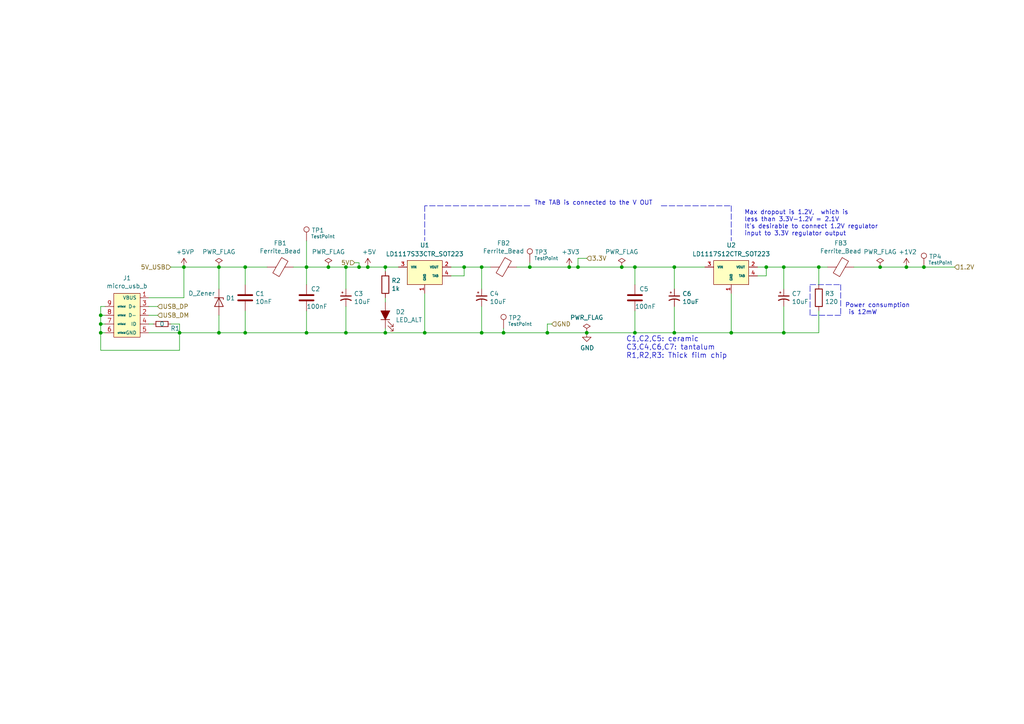
<source format=kicad_sch>
(kicad_sch (version 20231120) (generator "eeschema") (generator_version "8.0")
  (paper "A4")
  (title_block (title "Power Supply") (date "2020-04-19") (rev "1.2") (company "UTN - Facultad Regional Haedo - Grupo ASE"))
  (lib_symbols
    (symbol "FPGA para todos-rescue:+1V2-power-FPGA-para-todos-rescue" (power) (pin_names (offset 0))
      (property "Value" "FPGA-para-todos-rescue_+1V2-power" (at 0 3.556 0))
      (symbol "+1V2-power-FPGA-para-todos-rescue_0_1"
        (polyline (pts (xy -0.762 1.27) (xy 0 2.54)))
        (polyline (pts (xy 0 0) (xy 0 2.54)))
        (polyline (pts (xy 0 2.54) (xy 0.762 1.27)))
      )
      (symbol "+1V2-power-FPGA-para-todos-rescue_1_1"
        (pin power_in line (at 0 0 90) (length 0) hide (name "+1V2") (number "1"))
      )
    )
    (symbol "FPGA para todos-rescue:+3.3V-power-FPGA-para-todos-rescue" (power) (pin_names (offset 0))
      (property "Value" "FPGA-para-todos-rescue_+3.3V-power" (at 0 3.556 0))
      (symbol "+3.3V-power-FPGA-para-todos-rescue_0_1"
        (polyline (pts (xy -0.762 1.27) (xy 0 2.54)))
        (polyline (pts (xy 0 0) (xy 0 2.54)))
        (polyline (pts (xy 0 2.54) (xy 0.762 1.27)))
      )
      (symbol "+3.3V-power-FPGA-para-todos-rescue_1_1"
        (pin power_in line (at 0 0 90) (length 0) hide (name "+3V3") (number "1"))
      )
    )
    (symbol "FPGA para todos-rescue:+5V-power-FPGA-para-todos-rescue" (power) (pin_names (offset 0))
      (property "Value" "FPGA-para-todos-rescue_+5V-power" (at 0 3.556 0))
      (symbol "+5V-power-FPGA-para-todos-rescue_0_1"
        (polyline (pts (xy -0.762 1.27) (xy 0 2.54)))
        (polyline (pts (xy 0 0) (xy 0 2.54)))
        (polyline (pts (xy 0 2.54) (xy 0.762 1.27)))
      )
      (symbol "+5V-power-FPGA-para-todos-rescue_1_1"
        (pin power_in line (at 0 0 90) (length 0) hide (name "+5V") (number "1"))
      )
    )
    (symbol "FPGA para todos-rescue:+5VP-power-FPGA-para-todos-rescue" (power) (pin_names (offset 0))
      (property "Value" "FPGA-para-todos-rescue_+5VP-power" (at 0 3.556 0))
      (symbol "+5VP-power-FPGA-para-todos-rescue_0_1"
        (polyline (pts (xy -0.762 1.27) (xy 0 2.54)))
        (polyline (pts (xy 0 0) (xy 0 2.54)))
        (polyline (pts (xy 0 2.54) (xy 0.762 1.27)))
      )
      (symbol "+5VP-power-FPGA-para-todos-rescue_1_1"
        (pin power_in line (at 0 0 90) (length 0) hide (name "+5VP") (number "1"))
      )
    )
    (symbol "FPGA para todos-rescue:C-Device-FPGA-para-todos-rescue" (pin_numbers hide) (pin_names (offset 0.254))
      (property "Reference" "C" (at 0.635 2.54 0))
      (property "Value" "FPGA-para-todos-rescue_C-Device" (at 0.635 -2.54 0))
      (symbol "C-Device-FPGA-para-todos-rescue_0_1"
        (polyline (pts (xy -2.032 -0.762) (xy 2.032 -0.762)) (stroke (width 0.508)))
        (polyline (pts (xy -2.032 0.762) (xy 2.032 0.762)) (stroke (width 0.508)))
      )
      (symbol "C-Device-FPGA-para-todos-rescue_1_1"
        (pin passive line (at 0 3.81 270) (length 2.794) (name "~") (number "1"))
        (pin passive line (at 0 -3.81 90) (length 2.794) (name "~") (number "2"))
      )
    )
    (symbol "FPGA para todos-rescue:CP1_Small-Device-FPGA-para-todos-rescue" (pin_numbers hide) (pin_names (offset 0.254) hide)
      (property "Reference" "C" (at 0.254 1.778 0))
      (property "Value" "FPGA-para-todos-rescue_CP1_Small-Device" (at 0.254 -2.032 0))
      (symbol "CP1_Small-Device-FPGA-para-todos-rescue_0_1"
        (polyline (pts (xy -1.524 0.508) (xy 1.524 0.508)) (stroke (width 0.3048)))
        (polyline (pts (xy -1.27 1.524) (xy -0.762 1.524)))
        (polyline (pts (xy -1.016 1.27) (xy -1.016 1.778)))
        (arc (start 1.524 -0.762) (mid 0 -0.3734) (end -1.524 -0.762) (stroke (width 0.3048)))
      )
      (symbol "CP1_Small-Device-FPGA-para-todos-rescue_1_1"
        (pin passive line (at 0 2.54 270) (length 2.032) (name "~") (number "1"))
        (pin passive line (at 0 -2.54 90) (length 2.032) (name "~") (number "2"))
      )
    )
    (symbol "FPGA para todos-rescue:D_Zener-Device-FPGA-para-todos-rescue" (pin_numbers hide) (pin_names (offset 1.016) hide)
      (property "Reference" "D" (at 0 2.54 0))
      (property "Value" "FPGA-para-todos-rescue_D_Zener-Device" (at 0 -2.54 0))
      (symbol "D_Zener-Device-FPGA-para-todos-rescue_0_1"
        (polyline (pts (xy 1.27 0) (xy -1.27 0)))
        (polyline (pts (xy -1.27 -1.27) (xy -1.27 1.27) (xy -0.762 1.27)) (stroke (width 0.2032)))
        (polyline (pts (xy 1.27 -1.27) (xy 1.27 1.27) (xy -1.27 0) (xy 1.27 -1.27)) (stroke (width 0.2032)))
      )
      (symbol "D_Zener-Device-FPGA-para-todos-rescue_1_1"
        (pin passive line (at 3.81 0 180) (length 2.54) (name "A") (number "1"))
        (pin passive line (at -3.81 0 0) (length 2.54) (name "K") (number "2"))
      )
    )
    (symbol "FPGA para todos-rescue:Ferrite_Bead-Device-FPGA-para-todos-rescue" (pin_numbers hide) (pin_names (offset 0))
      (property "Reference" "FB" (at -3.81 0.635 90))
      (property "Value" "FPGA-para-todos-rescue_Ferrite_Bead-Device" (at 3.81 0 90))
      (symbol "Ferrite_Bead-Device-FPGA-para-todos-rescue_0_1"
        (polyline (pts (xy 0 -1.27) (xy 0 -1.2192)))
        (polyline (pts (xy 0 1.27) (xy 0 1.2954)))
        (polyline (pts (xy -2.7686 0.4064) (xy -1.7018 2.2606) (xy 2.7686 -0.3048) (xy 1.6764 -2.159) (xy -2.7686 0.4064)))
      )
      (symbol "Ferrite_Bead-Device-FPGA-para-todos-rescue_1_1"
        (pin passive line (at 0 3.81 270) (length 2.54) (name "~") (number "1"))
        (pin passive line (at 0 -3.81 90) (length 2.54) (name "~") (number "2"))
      )
    )
    (symbol "FPGA para todos-rescue:GND-power-FPGA-para-todos-rescue" (power) (pin_names (offset 0))
      (property "Value" "FPGA-para-todos-rescue_GND-power" (at 0 -3.81 0))
      (symbol "GND-power-FPGA-para-todos-rescue_0_1"
        (polyline (pts (xy 0 0) (xy 0 -1.27) (xy 1.27 -1.27) (xy 0 -2.54) (xy -1.27 -1.27) (xy 0 -1.27)))
      )
      (symbol "GND-power-FPGA-para-todos-rescue_1_1"
        (pin power_in line (at 0 0 270) (length 0) hide (name "GND") (number "1"))
      )
    )
    (symbol "FPGA para todos-rescue:LED_ALT-Device-FPGA-para-todos-rescue" (pin_numbers hide) (pin_names (offset 1.016) hide)
      (property "Reference" "D" (at 0 2.54 0))
      (property "Value" "FPGA-para-todos-rescue_LED_ALT-Device" (at 0 -2.54 0))
      (symbol "LED_ALT-Device-FPGA-para-todos-rescue_0_1"
        (polyline (pts (xy -1.27 -1.27) (xy -1.27 1.27)) (stroke (width 0.2032)))
        (polyline (pts (xy -1.27 0) (xy 1.27 0)))
        (polyline (pts (xy 1.27 -1.27) (xy 1.27 1.27) (xy -1.27 0) (xy 1.27 -1.27)) (stroke (width 0.2032)) (fill (type outline)))
        (polyline (pts (xy -3.048 -0.762) (xy -4.572 -2.286) (xy -3.81 -2.286) (xy -4.572 -2.286) (xy -4.572 -1.524)))
        (polyline (pts (xy -1.778 -0.762) (xy -3.302 -2.286) (xy -2.54 -2.286) (xy -3.302 -2.286) (xy -3.302 -1.524)))
      )
      (symbol "LED_ALT-Device-FPGA-para-todos-rescue_1_1"
        (pin passive line (at 3.81 0 180) (length 2.54) (name "A") (number "1"))
        (pin passive line (at -3.81 0 0) (length 2.54) (name "K") (number "2"))
      )
    )
    (symbol "FPGA para todos-rescue:PWR_FLAG-power-FPGA-para-todos-rescue" (power) (pin_numbers hide) (pin_names (offset 0) hide)
      (property "Value" "FPGA-para-todos-rescue_PWR_FLAG-power" (at 0 3.81 0))
      (symbol "PWR_FLAG-power-FPGA-para-todos-rescue_0_0"
        (pin power_out line (at 0 0 90) (length 0) (name "pwr") (number "1"))
      )
      (symbol "PWR_FLAG-power-FPGA-para-todos-rescue_0_1"
        (polyline (pts (xy 0 0) (xy 0 1.27) (xy -1.016 1.905) (xy 0 2.54) (xy 1.016 1.905) (xy 0 1.27)))
      )
    )
    (symbol "FPGA para todos-rescue:R-Device-FPGA-para-todos-rescue" (pin_numbers hide) (pin_names (offset 0))
      (property "Reference" "R" (at 2.032 0 90))
      (property "Value" "FPGA-para-todos-rescue_R-Device" (at 0 0 90))
      (symbol "R-Device-FPGA-para-todos-rescue_0_1"
        (rectangle (start -1.016 -2.54) (end 1.016 2.54) (stroke (width 0.254)))
      )
      (symbol "R-Device-FPGA-para-todos-rescue_1_1"
        (pin passive line (at 0 3.81 270) (length 1.27) (name "~") (number "1"))
        (pin passive line (at 0 -3.81 90) (length 1.27) (name "~") (number "2"))
      )
    )
    (symbol "FPGA para todos-rescue:R_Small-Device-FPGA-para-todos-rescue" (pin_numbers hide) (pin_names (offset 0.254) hide)
      (property "Reference" "R" (at 0.762 0.508 0))
      (property "Value" "FPGA-para-todos-rescue_R_Small-Device" (at 0.762 -1.016 0))
      (symbol "R_Small-Device-FPGA-para-todos-rescue_0_1"
        (rectangle (start -0.762 1.778) (end 0.762 -1.778) (stroke (width 0.2032)))
      )
      (symbol "R_Small-Device-FPGA-para-todos-rescue_1_1"
        (pin passive line (at 0 2.54 270) (length 0.762) (name "~") (number "1"))
        (pin passive line (at 0 -2.54 90) (length 0.762) (name "~") (number "2"))
      )
    )
    (symbol "FPGA para todos-rescue:TestPoint-Connector-FPGA-para-todos-rescue" (pin_numbers hide) (pin_names (offset 0.762) hide)
      (property "Reference" "TP" (at 0 6.858 0))
      (property "Value" "FPGA-para-todos-rescue_TestPoint-Connector" (at 0 5.08 0))
      (symbol "TestPoint-Connector-FPGA-para-todos-rescue_0_1"
        (circle (center 0 3.302) (radius 0.762))
      )
      (symbol "TestPoint-Connector-FPGA-para-todos-rescue_1_1"
        (pin passive line (at 0 0 90) (length 2.54) (name "1") (number "1"))
      )
    )
    (symbol "LD1117xxx:LD1117S12" (pin_names (offset 1.016))
      (property "Reference" "U" (at 0 7.62 0))
      (property "Value" "LD1117S12" (at 0 5.08 0))
      (symbol "LD1117S12_1_1"
        (rectangle (start -5.08 -3.81) (end 5.08 3.175) (fill (type background)))
        (pin power_in line (at 0 -6.35 90) (length 2.54) (name "GND") (number "1"))
        (pin power_out line (at 7.62 1.27 180) (length 2.54) (name "VOUT") (number "2"))
        (pin power_in line (at -7.62 1.27 0) (length 2.54) (name "VIN") (number "3"))
        (pin passive line (at 7.62 -1.27 180) (length 2.54) (name "TAB") (number "4"))
      )
    )
    (symbol "LD1117xxx:LD1117S33" (pin_names (offset 1.016))
      (property "Reference" "U" (at 0 6.35 0))
      (property "Value" "LD1117S33" (at 0.635 4.445 0))
      (symbol "LD1117S33_0_1"
        (rectangle (start -5.08 -3.81) (end 5.08 3.175) (fill (type background)))
      )
      (symbol "LD1117S33_1_1"
        (pin power_in line (at 0 -6.35 90) (length 2.54) (name "GND") (number "1"))
        (pin power_out line (at 7.62 1.27 180) (length 2.54) (name "VOUT") (number "2"))
        (pin power_in line (at -7.62 1.27 0) (length 2.54) (name "VIN") (number "3"))
        (pin passive line (at 7.62 -1.27 180) (length 2.54) (name "TAB") (number "4"))
      )
    )
    (symbol "USB:micro_usb_b" (pin_names (offset 1.016))
      (property "Reference" "J" (at 0 6.35 0))
      (property "Value" "micro_usb_b" (at 1.27 -8.89 0))
      (symbol "micro_usb_b_0_1"
        (rectangle (start -3.81 -7.62) (end 3.81 5.08) (fill (type background)))
      )
      (symbol "micro_usb_b_1_1"
        (pin passive line (at 6.35 3.81 180) (length 2.54) (name "VBUS") (number "1"))
        (pin bidirectional line (at 6.35 -1.27 180) (length 2.54) (name "D-") (number "2"))
        (pin bidirectional line (at 6.35 1.27 180) (length 2.54) (name "D+") (number "3"))
        (pin bidirectional line (at 6.35 -3.81 180) (length 2.54) (name "ID") (number "4"))
        (pin power_in line (at 6.35 -6.35 180) (length 2.54) (name "GND") (number "5"))
        (pin passive line (at -6.35 -6.35 0) (length 2.54) (name "shield") (number "6"))
        (pin passive line (at -6.35 -3.81 0) (length 2.54) (name "shield") (number "7"))
        (pin passive line (at -6.35 -1.27 0) (length 2.54) (name "shield") (number "8"))
        (pin passive line (at -6.35 1.27 0) (length 2.54) (name "shield") (number "9"))
      )
    )
  )
  (junction (at 139.7 96.52))
  (junction (at 212.09 96.52))
  (junction (at 227.33 77.47))
  (junction (at 29.21 93.98))
  (junction (at 88.9 77.47))
  (junction (at 158.75 96.52))
  (junction (at 95.25 77.47))
  (junction (at 63.5 96.52))
  (junction (at 29.21 96.52))
  (junction (at 29.21 91.44))
  (junction (at 63.5 77.47))
  (junction (at 255.27 77.47))
  (junction (at 195.58 96.52))
  (junction (at 111.76 96.52))
  (junction (at 167.64 77.47))
  (junction (at 53.34 77.47))
  (junction (at 71.12 77.47))
  (junction (at 104.14 77.47))
  (junction (at 100.33 96.52))
  (junction (at 100.33 77.47))
  (junction (at 139.7 77.47))
  (junction (at 111.76 77.47))
  (junction (at 184.15 77.47))
  (junction (at 146.05 96.52))
  (junction (at 237.49 77.47))
  (junction (at 153.67 77.47))
  (junction (at 165.1 77.47))
  (junction (at 262.89 77.47))
  (junction (at 195.58 77.47))
  (junction (at 52.07 96.52))
  (junction (at 267.97 77.47))
  (junction (at 170.18 96.52))
  (junction (at 71.12 96.52))
  (junction (at 134.62 77.47))
  (junction (at 180.34 77.47))
  (junction (at 227.33 96.52))
  (junction (at 88.9 96.52))
  (junction (at 123.19 96.52))
  (junction (at 106.68 77.47))
  (junction (at 222.25 77.47))
  (junction (at 184.15 96.52))
  (wire (pts (xy 29.21 96.52) (xy 29.21 101.6)))
  (wire (pts (xy 29.21 101.6) (xy 52.07 101.6)))
  (wire (pts (xy 30.48 96.52) (xy 29.21 96.52)))
  (wire (pts (xy 184.15 77.47) (xy 195.58 77.47)))
  (wire (pts (xy 170.18 74.93) (xy 167.64 74.93)))
  (wire (pts (xy 63.5 96.52) (xy 71.12 96.52)))
  (wire (pts (xy 247.65 77.47) (xy 255.27 77.47)))
  (wire (pts (xy 30.48 93.98) (xy 29.21 93.98)))
  (wire (pts (xy 153.67 77.47) (xy 165.1 77.47)))
  (wire (pts (xy 149.86 77.47) (xy 153.67 77.47)))
  (wire (pts (xy 158.75 93.98) (xy 158.75 96.52)))
  (wire (pts (xy 71.12 96.52) (xy 88.9 96.52)))
  (wire (pts (xy 170.18 96.52) (xy 184.15 96.52)))
  (wire (pts (xy 106.68 77.47) (xy 111.76 77.47)))
  (wire (pts (xy 49.53 93.98) (xy 52.07 93.98)))
  (wire (pts (xy 160.02 93.98) (xy 158.75 93.98)))
  (polyline (pts (xy 212.09 59.69) (xy 212.09 69.85)) (stroke (width 0) (type dash)))
  (wire (pts (xy 130.81 80.01) (xy 134.62 80.01)))
  (wire (pts (xy 227.33 77.47) (xy 237.49 77.47)))
  (wire (pts (xy 219.71 80.01) (xy 222.25 80.01)))
  (wire (pts (xy 100.33 83.82) (xy 100.33 77.47)))
  (polyline (pts (xy 243.84 91.44) (xy 234.95 91.44)) (stroke (width 0) (type dash)))
  (wire (pts (xy 184.15 82.55) (xy 184.15 77.47)))
  (wire (pts (xy 53.34 77.47) (xy 63.5 77.47)))
  (wire (pts (xy 204.47 77.47) (xy 195.58 77.47)))
  (wire (pts (xy 111.76 87.63) (xy 111.76 86.36)))
  (polyline (pts (xy 234.95 82.55) (xy 243.84 82.55)) (stroke (width 0) (type dash)))
  (wire (pts (xy 195.58 88.9) (xy 195.58 96.52)))
  (wire (pts (xy 130.81 77.47) (xy 134.62 77.47)))
  (wire (pts (xy 63.5 77.47) (xy 71.12 77.47)))
  (wire (pts (xy 100.33 96.52) (xy 111.76 96.52)))
  (wire (pts (xy 88.9 90.17) (xy 88.9 96.52)))
  (wire (pts (xy 30.48 88.9) (xy 29.21 88.9)))
  (polyline (pts (xy 153.67 59.69) (xy 123.19 59.69)) (stroke (width 0) (type dash)))
  (wire (pts (xy 43.18 91.44) (xy 45.72 91.44)))
  (wire (pts (xy 29.21 91.44) (xy 29.21 93.98)))
  (wire (pts (xy 104.14 77.47) (xy 106.68 77.47)))
  (polyline (pts (xy 123.19 59.69) (xy 123.19 69.85)) (stroke (width 0) (type dash)))
  (wire (pts (xy 167.64 77.47) (xy 180.34 77.47)))
  (wire (pts (xy 255.27 77.47) (xy 262.89 77.47)))
  (wire (pts (xy 43.18 88.9) (xy 45.72 88.9)))
  (polyline (pts (xy 191.77 59.69) (xy 212.09 59.69)) (stroke (width 0) (type dash)))
  (wire (pts (xy 102.87 76.2) (xy 104.14 76.2)))
  (wire (pts (xy 139.7 88.9) (xy 139.7 96.52)))
  (wire (pts (xy 30.48 91.44) (xy 29.21 91.44)))
  (wire (pts (xy 167.64 74.93) (xy 167.64 77.47)))
  (wire (pts (xy 43.18 93.98) (xy 44.45 93.98)))
  (wire (pts (xy 219.71 77.47) (xy 222.25 77.47)))
  (wire (pts (xy 88.9 69.85) (xy 88.9 77.47)))
  (wire (pts (xy 262.89 77.47) (xy 267.97 77.47)))
  (wire (pts (xy 71.12 82.55) (xy 71.12 77.47)))
  (wire (pts (xy 104.14 76.2) (xy 104.14 77.47)))
  (wire (pts (xy 134.62 80.01) (xy 134.62 77.47)))
  (wire (pts (xy 240.03 77.47) (xy 237.49 77.47)))
  (wire (pts (xy 100.33 88.9) (xy 100.33 96.52)))
  (wire (pts (xy 95.25 77.47) (xy 100.33 77.47)))
  (wire (pts (xy 100.33 77.47) (xy 104.14 77.47)))
  (wire (pts (xy 237.49 96.52) (xy 227.33 96.52)))
  (wire (pts (xy 85.09 77.47) (xy 88.9 77.47)))
  (wire (pts (xy 88.9 77.47) (xy 95.25 77.47)))
  (wire (pts (xy 139.7 96.52) (xy 146.05 96.52)))
  (wire (pts (xy 180.34 77.47) (xy 184.15 77.47)))
  (wire (pts (xy 227.33 88.9) (xy 227.33 96.52)))
  (wire (pts (xy 222.25 77.47) (xy 227.33 77.47)))
  (polyline (pts (xy 234.95 91.44) (xy 234.95 82.55)) (stroke (width 0) (type dash)))
  (wire (pts (xy 195.58 96.52) (xy 212.09 96.52)))
  (wire (pts (xy 111.76 78.74) (xy 111.76 77.47)))
  (wire (pts (xy 71.12 90.17) (xy 71.12 96.52)))
  (wire (pts (xy 227.33 77.47) (xy 227.33 83.82)))
  (wire (pts (xy 71.12 77.47) (xy 77.47 77.47)))
  (wire (pts (xy 52.07 96.52) (xy 63.5 96.52)))
  (wire (pts (xy 184.15 96.52) (xy 195.58 96.52)))
  (wire (pts (xy 43.18 96.52) (xy 52.07 96.52)))
  (wire (pts (xy 195.58 77.47) (xy 195.58 83.82)))
  (wire (pts (xy 212.09 85.09) (xy 212.09 96.52)))
  (wire (pts (xy 158.75 96.52) (xy 170.18 96.52)))
  (polyline (pts (xy 243.84 82.55) (xy 243.84 91.44)) (stroke (width 0) (type dash)))
  (wire (pts (xy 111.76 77.47) (xy 115.57 77.47)))
  (wire (pts (xy 139.7 83.82) (xy 139.7 77.47)))
  (wire (pts (xy 111.76 95.25) (xy 111.76 96.52)))
  (wire (pts (xy 63.5 91.44) (xy 63.5 96.52)))
  (wire (pts (xy 222.25 80.01) (xy 222.25 77.47)))
  (wire (pts (xy 52.07 93.98) (xy 52.07 96.52)))
  (wire (pts (xy 49.53 77.47) (xy 53.34 77.47)))
  (wire (pts (xy 165.1 77.47) (xy 167.64 77.47)))
  (wire (pts (xy 88.9 77.47) (xy 88.9 82.55)))
  (wire (pts (xy 52.07 101.6) (xy 52.07 96.52)))
  (wire (pts (xy 29.21 88.9) (xy 29.21 91.44)))
  (wire (pts (xy 63.5 83.82) (xy 63.5 77.47)))
  (wire (pts (xy 29.21 93.98) (xy 29.21 96.52)))
  (wire (pts (xy 43.18 86.36) (xy 53.34 86.36)))
  (wire (pts (xy 237.49 77.47) (xy 237.49 82.55)))
  (wire (pts (xy 184.15 90.17) (xy 184.15 96.52)))
  (wire (pts (xy 146.05 95.25) (xy 146.05 96.52)))
  (wire (pts (xy 123.19 96.52) (xy 139.7 96.52)))
  (wire (pts (xy 146.05 96.52) (xy 158.75 96.52)))
  (wire (pts (xy 237.49 96.52) (xy 237.49 90.17)))
  (wire (pts (xy 88.9 96.52) (xy 100.33 96.52)))
  (wire (pts (xy 142.24 77.47) (xy 139.7 77.47)))
  (wire (pts (xy 153.67 76.2) (xy 153.67 77.47)))
  (wire (pts (xy 134.62 77.47) (xy 139.7 77.47)))
  (wire (pts (xy 123.19 85.09) (xy 123.19 96.52)))
  (wire (pts (xy 276.86 77.47) (xy 267.97 77.47)))
  (wire (pts (xy 212.09 96.52) (xy 227.33 96.52)))
  (wire (pts (xy 111.76 96.52) (xy 123.19 96.52)))
  (wire (pts (xy 53.34 86.36) (xy 53.34 77.47)))
  (text "C1,C2,C5: ceramic\nC3,C4,C6,C7: tantalum\nR1,R2,R3: Thick film chip " (at 181.61 104.14 0) (effects (font (size 1.4986 1.4986)) (justify left bottom)))
  (text "The TAB is connected to the V OUT" (at 154.94 59.69 0) (effects (font (size 1.27 1.27)) (justify left bottom)))
  (text "Max dropout is 1.2V,  which is\nless than 3.3V-1.2V = 2.1V \nIt's desirable to connect 1.2V regulator\ninput to 3.3V regulator output" (at 215.9 68.58 0) (effects (font (size 1.27 1.27)) (justify left bottom)))
  (text "Power consumption\n is 12mW " (at 245.11 91.44 0) (effects (font (size 1.27 1.27)) (justify left bottom)))
  (hierarchical_label "3.3V" (shape input) (at 170.18 74.93 0))
  (hierarchical_label "USB_DP" (shape input) (at 45.72 88.9 0))
  (hierarchical_label "5V" (shape input) (at 102.87 76.2 180))
  (hierarchical_label "5V_USB" (shape input) (at 49.53 77.47 180))
  (hierarchical_label "GND" (shape input) (at 160.02 93.98 0))
  (hierarchical_label "1.2V" (shape input) (at 276.86 77.47 0))
  (hierarchical_label "USB_DM" (shape input) (at 45.72 91.44 0))
  (symbol (lib_id "FPGA para todos-rescue:+1V2-power-FPGA-para-todos-rescue") (at 262.89 77.47 0) (unit 1)
    (property "Reference" "#PWR05" (effects (hide yes)))
    (property "Value" "+1V2" (at 263.271 73.0758 0))
  )
  (symbol (lib_id "FPGA para todos-rescue:PWR_FLAG-power-FPGA-para-todos-rescue") (at 255.27 77.47 0) (unit 1)
    (property "Reference" "#FLG05" (effects (hide yes)))
    (property "Value" "PWR_FLAG" (at 255.27 73.0504 0))
  )
  (symbol (lib_id "FPGA para todos-rescue:PWR_FLAG-power-FPGA-para-todos-rescue") (at 170.18 96.52 0) (unit 1)
    (property "Reference" "#FLG03" (effects (hide yes)))
    (property "Value" "PWR_FLAG" (at 170.18 92.1004 0))
  )
  (symbol (lib_id "FPGA para todos-rescue:GND-power-FPGA-para-todos-rescue") (at 170.18 96.52 0) (unit 1)
    (property "Reference" "#PWR04" (effects (hide yes)))
    (property "Value" "GND" (at 170.307 100.9142 0))
  )
  (symbol (lib_id "FPGA para todos-rescue:+3.3V-power-FPGA-para-todos-rescue") (at 165.1 77.47 0) (unit 1)
    (property "Reference" "#PWR03" (effects (hide yes)))
    (property "Value" "+3V3" (at 165.481 73.0758 0))
  )
  (symbol (lib_id "FPGA para todos-rescue:PWR_FLAG-power-FPGA-para-todos-rescue") (at 180.34 77.47 0) (unit 1)
    (property "Reference" "#FLG04" (effects (hide yes)))
    (property "Value" "PWR_FLAG" (at 180.34 73.0504 0))
  )
  (symbol (lib_id "FPGA para todos-rescue:+5VP-power-FPGA-para-todos-rescue") (at 53.34 77.47 0) (unit 1)
    (property "Reference" "#PWR01" (effects (hide yes)))
    (property "Value" "+5VP" (at 53.721 73.0758 0))
  )
  (symbol (lib_id "FPGA para todos-rescue:+5V-power-FPGA-para-todos-rescue") (at 106.68 77.47 0) (unit 1)
    (property "Reference" "#PWR02" (effects (hide yes)))
    (property "Value" "+5V" (at 107.061 73.0758 0))
  )
  (symbol (lib_id "FPGA para todos-rescue:PWR_FLAG-power-FPGA-para-todos-rescue") (at 95.25 77.47 0) (unit 1)
    (property "Reference" "#FLG02" (effects (hide yes)))
    (property "Value" "PWR_FLAG" (at 95.25 73.0504 0))
  )
  (symbol (lib_id "LD1117xxx:LD1117S12") (at 212.09 78.74 0) (unit 1)
    (property "Reference" "U2" (at 212.09 71.12 0))
    (property "Value" "LD1117S12CTR_SOT223" (at 212.09 73.66 0))
    (property "Footprint" "footprints:SOT-223" (effects (hide yes)))
    (property "Datasheet" "http://www.st.com/st-web-ui/static/active/en/resource/technical/document/datasheet/CD00000544.pdf" (effects (hide yes)))
    (property "EmptyField" "-" (effects (hide yes)))
    (property "DatasheetName" "LD1117 - Adjustable and fixed low drop positive voltage regulator" (effects (hide yes)))
    (property "DatasheetLink" "http://www.st.com/st-web-ui/static/active/en/resource/technical/document/datasheet/CD00000544.pdf" (effects (hide yes)))
    (property "Manufacturer" "STMicroelectronics" (effects (hide yes)))
    (property "OrderCode" "LD1117S12CTR" (effects (hide yes)))
    (property "ProviderLink" "https://ar.mouser.com/ProductDetail/STMicroelectronics/LD1117S12CTR?qs=%2Fha2pyFadujIunIt7pOyBSnG%252BGJpbcbsyPaXFTMfmYWijg7jCjy5xQ%3D%3D" (effects (hide yes)))
    (property "ProviderOrderCode" "511-LD1117S12CTR " (effects (hide yes)))
    (property "ComponentTechnology" "-" (effects (hide yes)))
    (property "Description" "5V in to 3.3V, 1.2V output" (effects (hide yes)))
  )
  (symbol (lib_id "FPGA para todos-rescue:Ferrite_Bead-Device-FPGA-para-todos-rescue") (at 81.28 77.47 270) (unit 1)
    (property "Reference" "FB1" (at 81.28 70.5104 90))
    (property "Value" "Ferrite_Bead" (at 81.28 72.8218 90))
    (property "Footprint" "footprints:Ferrite_bead_0805" (effects (hide yes)))
    (property "EmptyField" "-" (effects (hide yes)))
    (property "DatasheetName" "WE-CBF SMD EMI Suppression Ferrite Bead" (effects (hide yes)))
    (property "DatasheetLink" "https://ar.mouser.com/datasheet/2/445/742792097-538337.pdf" (effects (hide yes)))
    (property "Manufacturer" "Wurth Electronics" (effects (hide yes)))
    (property "OrderCode" "742792097 " (effects (hide yes)))
    (property "ProviderLink" "https://ar.mouser.com/ProductDetail/Wurth-Electronics/742792097?qs=sGAEpiMZZMtdyQheitOmRVDURQLs966nb2bS15p5U18%3D" (effects (hide yes)))
    (property "ProviderOrderCode" "710-742792097 " (effects (hide yes)))
    (property "ComponentTechnology" "FerriteBead" (effects (hide yes)))
    (property "Description" "Núcleos de ferrita WE-CBF 0805 SMD Bead 100MHz 1500Ohm 1KmA " (effects (hide yes)))
  )
  (symbol (lib_id "FPGA para todos-rescue:CP1_Small-Device-FPGA-para-todos-rescue") (at 100.33 86.36 0) (unit 1)
    (property "Reference" "C3" (at 102.6414 85.1916 0) (effects (justify left)))
    (property "Value" "10uF" (at 102.6414 87.503 0) (effects (justify left)))
    (property "Footprint" "footprints:C_0805_AVX_Tantalum" (effects (hide yes)))
    (property "EmptyField" "-" (effects (hide yes)))
    (property "DatasheetName" "TPS SeriesLow ESR" (effects (hide yes)))
    (property "DatasheetLink" "https://ar.mouser.com/datasheet/2/40/tps-776850.pdf" (effects (hide yes)))
    (property "Manufacturer" "AVX" (effects (hide yes)))
    (property "OrderCode" "TPSR106K006R1000" (effects (hide yes)))
    (property "ProviderLink" "https://ar.mouser.com/ProductDetail/AVX/TPSR106K006R1000?qs=sGAEpiMZZMuEN2agSAc2pkIWJcW2hAcik2daETREIlI%3D" (effects (hide yes)))
    (property "ProviderOrderCode" "581-TPSR106K006R1000" (effects (hide yes)))
    (property "ComponentTechnology" "Tantalum" (effects (hide yes)))
    (property "Description" "Decoupling capacitor" (effects (hide yes)))
  )
  (symbol (lib_id "FPGA para todos-rescue:R-Device-FPGA-para-todos-rescue") (at 237.49 86.36 0) (unit 1)
    (property "Reference" "R3" (at 239.268 85.1916 0) (effects (justify left)))
    (property "Value" "120" (at 239.268 87.503 0) (effects (justify left)))
    (property "Footprint" "footprints:R_0805_2012Metric_Pad1.15x1.40mm_HandSolder" (effects (hide yes)))
    (property "EmptyField" "-" (effects (hide yes)))
    (property "DatasheetName" "THICK FILM CHIP RESISTORS AUTOMOTIVE GRADE" (effects (hide yes)))
    (property "DatasheetLink" "https://ar.mouser.com/datasheet/2/447/PYu-AC_51_RoHS_L_6-1152827.pdf" (effects (hide yes)))
    (property "Manufacturer" "YAGEO" (effects (hide yes)))
    (property "OrderCode" "AC0805FR-07120RL" (effects (hide yes)))
    (property "ProviderLink" "https://ar.mouser.com/ProductDetail/Yageo/AC0805FR-07120RL?qs=sGAEpiMZZMu61qfTUdNhG19HzxXL1i6iscRfwJYXkks%3D" (effects (hide yes)))
    (property "ProviderOrderCode" "603-AC0805FR-07120RL" (effects (hide yes)))
    (property "ComponentTechnology" "Thick film chip resistor" (effects (hide yes)))
    (property "Description" "Tolerance 1%" (effects (hide yes)))
  )
  (symbol (lib_id "LD1117xxx:LD1117S33") (at 123.19 78.74 0) (unit 1)
    (property "Reference" "U1" (at 123.19 71.12 0))
    (property "Value" "LD1117S33CTR_SOT223" (at 123.19 73.66 0))
    (property "Footprint" "footprints:SOT-223" (effects (hide yes)))
    (property "Datasheet" "http://www.st.com/st-web-ui/static/active/en/resource/technical/document/datasheet/CD00000544.pdf" (effects (hide yes)))
    (property "EmptyField" "-" (effects (hide yes)))
    (property "DatasheetName" "LD1117 - Adjustable and fixed low drop positive voltage regulator" (effects (hide yes)))
    (property "DatasheetLink" "http://www.st.com/st-web-ui/static/active/en/resource/technical/document/datasheet/CD00000544.pdf" (effects (hide yes)))
    (property "Manufacturer" "STMicroelectronics" (effects (hide yes)))
    (property "OrderCode" "LD1117S33CTR" (effects (hide yes)))
    (property "ProviderLink" "https://ar.mouser.com/ProductDetail/STMicroelectronics/LD1117S33CTR?qs=sGAEpiMZZMv1cg40gLeF3niL8zTTD8ml" (effects (hide yes)))
    (property "ProviderOrderCode" "511-LD1117S33C" (effects (hide yes)))
    (property "ComponentTechnology" "-" (effects (hide yes)))
    (property "Description" "5V in to 3.3V output" (effects (hide yes)))
  )
  (symbol (lib_id "FPGA para todos-rescue:PWR_FLAG-power-FPGA-para-todos-rescue") (at 63.5 77.47 0) (unit 1)
    (property "Reference" "#FLG01" (effects (hide yes)))
    (property "Value" "PWR_FLAG" (at 63.5 73.0504 0))
  )
  (symbol (lib_id "USB:micro_usb_b") (at 36.83 90.17 0) (unit 1)
    (property "Reference" "J1" (at 36.83 80.645 0))
    (property "Value" "micro_usb_b" (at 36.83 82.9564 0))
    (property "Footprint" "footprints:micro_usb_b_recpt_bttm_mnt_smt_th_tabs" (effects (hide yes)))
    (property "EmptyField" "-" (effects (hide yes)))
    (property "DatasheetName" "ZX62D-AB-5P8(30) " (effects (hide yes)))
    (property "DatasheetLink" "https://ar.mouser.com/datasheet/2/185/X_CL0242-0027-5-30_2d-1620404.pdf" (effects (hide yes)))
    (property "Manufacturer" "Hirose Connector" (effects (hide yes)))
    (property "OrderCode" "ZX62D-AB-5P8(30)" (effects (hide yes)))
    (property "ProviderLink" "https://ar.mouser.com/ProductDetail/Hirose-Connector/ZX62D-AB-5P830?qs=%2Fha2pyFadujEKYxkXBbZugpQpcYrElYJqPMaanuWSyofyh8OUBWIGQ%3D%3D" (effects (hide yes)))
    (property "ProviderOrderCode" "798-ZX62D-AB-5P830" (effects (hide yes)))
    (property "ComponentTechnology" "-" (effects (hide yes)))
    (property "Description" "USB Connectors MICRO AB RECEPT RA TH BTTM MNT" (effects (hide yes)))
  )
  (symbol (lib_id "FPGA para todos-rescue:R_Small-Device-FPGA-para-todos-rescue") (at 46.99 93.98 270) (unit 1)
    (property "Reference" "R1" (at 50.8 95.25 90))
    (property "Value" "0" (at 46.99 93.98 90))
    (property "Footprint" "footprints:R_0805_2012Metric_Pad1.15x1.40mm_HandSolder" (effects (hide yes)))
    (property "EmptyField" "-" (effects (hide yes)))
    (property "DatasheetName" "THICK FILM CHIP RESISTORS AUTOMOTIVE GRADE" (effects (hide yes)))
    (property "DatasheetLink" "https://ar.mouser.com/datasheet/2/447/PYu-AC_51_RoHS_L_6-1152827.pdf" (effects (hide yes)))
    (property "Manufacturer" "YAGEO" (effects (hide yes)))
    (property "OrderCode" "AC0805JR-070RL" (effects (hide yes)))
    (property "ProviderLink" "https://ar.mouser.com/ProductDetail/Yageo/AC0805JR-070RL?qs=sGAEpiMZZMu61qfTUdNhG2gsBIEdmNIDGlJo%2F7ntbiw%3D" (effects (hide yes)))
    (property "ProviderOrderCode" "603-AC0805JR-070RL" (effects (hide yes)))
    (property "ComponentTechnology" "Thick film chip resistor" (effects (hide yes)))
    (property "Description" "-" (effects (hide yes)))
  )
  (symbol (lib_id "FPGA para todos-rescue:Ferrite_Bead-Device-FPGA-para-todos-rescue") (at 146.05 77.47 270) (unit 1)
    (property "Reference" "FB2" (at 146.05 70.5104 90))
    (property "Value" "Ferrite_Bead" (at 146.05 72.8218 90))
    (property "Footprint" "footprints:Ferrite_bead_0805" (effects (hide yes)))
    (property "EmptyField" "-" (effects (hide yes)))
    (property "DatasheetName" "WE-CBF SMD EMI Suppression Ferrite Bead" (effects (hide yes)))
    (property "DatasheetLink" "https://ar.mouser.com/datasheet/2/445/742792097-538337.pdf" (effects (hide yes)))
    (property "Manufacturer" "Wurth Electronics" (effects (hide yes)))
    (property "OrderCode" "742792097 " (effects (hide yes)))
    (property "ProviderLink" "https://ar.mouser.com/ProductDetail/Wurth-Electronics/742792097?qs=sGAEpiMZZMtdyQheitOmRVDURQLs966nb2bS15p5U18%3D" (effects (hide yes)))
    (property "ProviderOrderCode" "710-742792097 " (effects (hide yes)))
    (property "ComponentTechnology" "FerriteBead" (effects (hide yes)))
    (property "Description" "Núcleos de ferrita WE-CBF 0805 SMD Bead 100MHz 1500Ohm 1KmA " (effects (hide yes)))
  )
  (symbol (lib_id "FPGA para todos-rescue:Ferrite_Bead-Device-FPGA-para-todos-rescue") (at 243.84 77.47 270) (unit 1)
    (property "Reference" "FB3" (at 243.84 70.5104 90))
    (property "Value" "Ferrite_Bead" (at 243.84 72.8218 90))
    (property "Footprint" "footprints:Ferrite_bead_0805" (effects (hide yes)))
    (property "EmptyField" "-" (effects (hide yes)))
    (property "DatasheetName" "WE-CBF SMD EMI Suppression Ferrite Bead" (effects (hide yes)))
    (property "DatasheetLink" "https://ar.mouser.com/datasheet/2/445/742792097-538337.pdf" (effects (hide yes)))
    (property "Manufacturer" "Wurth Electronics" (effects (hide yes)))
    (property "OrderCode" "742792097 " (effects (hide yes)))
    (property "ProviderLink" "https://ar.mouser.com/ProductDetail/Wurth-Electronics/742792097?qs=sGAEpiMZZMtdyQheitOmRVDURQLs966nb2bS15p5U18%3D" (effects (hide yes)))
    (property "ProviderOrderCode" "710-742792097 " (effects (hide yes)))
    (property "ComponentTechnology" "FerriteBead" (effects (hide yes)))
    (property "Description" "Núcleos de ferrita WE-CBF 0805 SMD Bead 100MHz 1500Ohm 1KmA " (effects (hide yes)))
  )
  (symbol (lib_id "FPGA para todos-rescue:C-Device-FPGA-para-todos-rescue") (at 71.12 86.36 0) (unit 1)
    (property "Reference" "C1" (at 74.041 85.1916 0) (effects (justify left)))
    (property "Value" "10nF" (at 74.041 87.503 0) (effects (justify left)))
    (property "Footprint" "footprints:C_0805_2012Metric_Pad1.15x1.40mm_HandSolder" (effects (hide yes)))
    (property "EmptyField" "-" (effects (hide yes)))
    (property "DatasheetName" "SURFACE-MOUNT CERAMIC MULTILAYER CAPACITORS" (effects (hide yes)))
    (property "DatasheetLink" "https://ar.mouser.com/datasheet/2/447/UPY-GPHC_X7R_6.3V-to-50V_18-1154002.pdf" (effects (hide yes)))
    (property "Manufacturer" "YAGEO" (effects (hide yes)))
    (property "OrderCode" "CC0805KRX7R7BB103 " (effects (hide yes)))
    (property "ProviderLink" "https://ar.mouser.com/ProductDetail/Yageo/CC0805KRX7R7BB103?qs=sGAEpiMZZMs0AnBnWHyRQAqZuYDIKiCDic8tFvJ0DLk1elEorQqHTA%3D%3D" (effects (hide yes)))
    (property "ProviderOrderCode" "603-CC0805KRX77BB103" (effects (hide yes)))
    (property "ComponentTechnology" "Ceramic - X7R TC material" (effects (hide yes)))
    (property "Description" "Decoupling cap" (effects (hide yes)))
  )
  (symbol (lib_id "FPGA para todos-rescue:CP1_Small-Device-FPGA-para-todos-rescue") (at 195.58 86.36 0) (unit 1)
    (property "Reference" "C6" (at 197.8914 85.1916 0) (effects (justify left)))
    (property "Value" "10uF" (at 197.8914 87.503 0) (effects (justify left)))
    (property "Footprint" "footprints:C_0805_AVX_Tantalum" (effects (hide yes)))
    (property "EmptyField" "-" (effects (hide yes)))
    (property "DatasheetName" "TPS SeriesLow ESR" (effects (hide yes)))
    (property "DatasheetLink" "https://ar.mouser.com/datasheet/2/40/tps-776850.pdf" (effects (hide yes)))
    (property "Manufacturer" "AVX" (effects (hide yes)))
    (property "OrderCode" "TPSR106K006R1000" (effects (hide yes)))
    (property "ProviderLink" "https://ar.mouser.com/ProductDetail/AVX/TPSR106K006R1000?qs=sGAEpiMZZMuEN2agSAc2pkIWJcW2hAcik2daETREIlI%3D" (effects (hide yes)))
    (property "ProviderOrderCode" "581-TPSR106K006R1000" (effects (hide yes)))
    (property "ComponentTechnology" "Tantalum" (effects (hide yes)))
    (property "Description" "Decoupling capacitor" (effects (hide yes)))
  )
  (symbol (lib_id "FPGA para todos-rescue:CP1_Small-Device-FPGA-para-todos-rescue") (at 227.33 86.36 0) (unit 1)
    (property "Reference" "C7" (at 229.6414 85.1916 0) (effects (justify left)))
    (property "Value" "10uF" (at 229.6414 87.503 0) (effects (justify left)))
    (property "Footprint" "footprints:C_0805_AVX_Tantalum" (effects (hide yes)))
    (property "EmptyField" "-" (effects (hide yes)))
    (property "DatasheetName" "TPS SeriesLow ESR" (effects (hide yes)))
    (property "DatasheetLink" "https://ar.mouser.com/datasheet/2/40/tps-776850.pdf" (effects (hide yes)))
    (property "Manufacturer" "AVX" (effects (hide yes)))
    (property "OrderCode" "TPSR106K006R1000" (effects (hide yes)))
    (property "ProviderLink" "https://ar.mouser.com/ProductDetail/AVX/TPSR106K006R1000?qs=sGAEpiMZZMuEN2agSAc2pkIWJcW2hAcik2daETREIlI%3D" (effects (hide yes)))
    (property "ProviderOrderCode" "581-TPSR106K006R1000" (effects (hide yes)))
    (property "ComponentTechnology" "Tantalum" (effects (hide yes)))
    (property "Description" "Decoupling capacitor" (effects (hide yes)))
  )
  (symbol (lib_id "FPGA para todos-rescue:R-Device-FPGA-para-todos-rescue") (at 111.76 82.55 0) (unit 1)
    (property "Reference" "R2" (at 113.538 81.3816 0) (effects (justify left)))
    (property "Value" "1k" (at 113.538 83.693 0) (effects (justify left)))
    (property "Footprint" "footprints:R_0805_2012Metric_Pad1.15x1.40mm_HandSolder" (effects (hide yes)))
    (property "EmptyField" "-" (effects (hide yes)))
    (property "DatasheetName" "THICK FILM CHIP RESISTORS AUTOMOTIVE GRADE" (effects (hide yes)))
    (property "DatasheetLink" "https://ar.mouser.com/datasheet/2/447/PYu-AC_51_RoHS_L_6-1152827.pdf" (effects (hide yes)))
    (property "Manufacturer" "YAGEO" (effects (hide yes)))
    (property "OrderCode" "AC0805JR-071KL" (effects (hide yes)))
    (property "ProviderLink" "https://ar.mouser.com/ProductDetail/Yageo/AC0805JR-071KL?qs=sGAEpiMZZMu61qfTUdNhG2gsBIEdmNIDDxLhejvEQGw%3D" (effects (hide yes)))
    (property "ProviderOrderCode" "603-AC0805JR-071KL" (effects (hide yes)))
    (property "ComponentTechnology" "Thick film chip resistor" (effects (hide yes)))
    (property "Description" "-" (effects (hide yes)))
  )
  (symbol (lib_id "FPGA para todos-rescue:LED_ALT-Device-FPGA-para-todos-rescue") (at 111.76 91.44 90) (unit 1)
    (property "Reference" "D2" (at 114.7572 90.4748 90) (effects (justify right)))
    (property "Value" "LED_ALT" (at 114.7572 92.7862 90) (effects (justify right)))
    (property "Footprint" "footprints:led_0805_recommended_land_pattern" (effects (hide yes)))
    (property "EmptyField" "-" (effects (hide yes)))
    (property "DatasheetName" "SML-M13x/MN2x Series" (effects (hide yes)))
    (property "DatasheetLink" "https://ar.mouser.com/datasheet/2/348/sml-m13x_mn2x-e-1139175.pdf" (effects (hide yes)))
    (property "Manufacturer" "ROHM Semiconductor" (effects (hide yes)))
    (property "OrderCode" "SMLMN2BCTT86C" (effects (hide yes)))
    (property "ProviderLink" "https://ar.mouser.com/ProductDetail/ROHM-Semiconductor/SMLMN2BCTT86C?qs=sGAEpiMZZMseGfSY3csMkZhfb9Ek0xqwPAN%2FA2UetydSB0c%2F%2FDZwRQ%3D%3D" (effects (hide yes)))
    (property "ProviderOrderCode" "755-SMLMN2BCTT86C" (effects (hide yes)))
    (property "ComponentTechnology" "InGaN" (effects (hide yes)))
    (property "Description" "Standard LEDs - SMD Blue 470nm 36mcd InGaN 68mW 2.9V " (effects (hide yes)))
  )
  (symbol (lib_id "FPGA para todos-rescue:CP1_Small-Device-FPGA-para-todos-rescue") (at 139.7 86.36 0) (unit 1)
    (property "Reference" "C4" (at 142.0114 85.1916 0) (effects (justify left)))
    (property "Value" "10uF" (at 142.0114 87.503 0) (effects (justify left)))
    (property "Footprint" "footprints:C_0805_AVX_Tantalum" (effects (hide yes)))
    (property "EmptyField" "-" (effects (hide yes)))
    (property "DatasheetName" "TPS SeriesLow ESR" (effects (hide yes)))
    (property "DatasheetLink" "https://ar.mouser.com/datasheet/2/40/tps-776850.pdf" (effects (hide yes)))
    (property "Manufacturer" "AVX" (effects (hide yes)))
    (property "OrderCode" "TPSR106K006R1000" (effects (hide yes)))
    (property "ProviderLink" "https://ar.mouser.com/ProductDetail/AVX/TPSR106K006R1000?qs=sGAEpiMZZMuEN2agSAc2pkIWJcW2hAcik2daETREIlI%3D" (effects (hide yes)))
    (property "ProviderOrderCode" "581-TPSR106K006R1000" (effects (hide yes)))
    (property "ComponentTechnology" "Tantalum" (effects (hide yes)))
    (property "Description" "Decoupling capacitor" (effects (hide yes)))
  )
  (symbol (lib_id "FPGA para todos-rescue:TestPoint-Connector-FPGA-para-todos-rescue") (at 153.67 76.2 0) (unit 1)
    (property "Reference" "TP3" (at 155.1432 73.152 0) (effects (justify left)))
    (property "Value" "TestPoint" (at 154.94 74.93 0) (effects (font (size 0.9906 0.9906)) (justify left)))
    (property "Footprint" "footprints:TestPoint_Pad_D1.5mm" (effects (hide yes)))
  )
  (symbol (lib_id "FPGA para todos-rescue:TestPoint-Connector-FPGA-para-todos-rescue") (at 267.97 77.47 0) (unit 1)
    (property "Reference" "TP4" (at 269.4432 74.422 0) (effects (justify left)))
    (property "Value" "TestPoint" (at 269.24 76.2 0) (effects (font (size 0.9906 0.9906)) (justify left)))
    (property "Footprint" "footprints:TestPoint_Pad_D1.5mm" (effects (hide yes)))
  )
  (symbol (lib_id "FPGA para todos-rescue:TestPoint-Connector-FPGA-para-todos-rescue") (at 146.05 95.25 0) (unit 1)
    (property "Reference" "TP2" (at 147.5232 92.202 0) (effects (justify left)))
    (property "Value" "TestPoint" (at 147.32 93.98 0) (effects (font (size 0.9906 0.9906)) (justify left)))
    (property "Footprint" "footprints:TestPoint_Pad_D1.5mm" (effects (hide yes)))
  )
  (symbol (lib_id "FPGA para todos-rescue:TestPoint-Connector-FPGA-para-todos-rescue") (at 88.9 69.85 0) (unit 1)
    (property "Reference" "TP1" (at 90.3732 66.802 0) (effects (justify left)))
    (property "Value" "TestPoint" (at 90.17 68.58 0) (effects (font (size 0.9906 0.9906)) (justify left)))
    (property "Footprint" "footprints:TestPoint_Pad_D1.5mm" (effects (hide yes)))
  )
  (symbol (lib_id "FPGA para todos-rescue:C-Device-FPGA-para-todos-rescue") (at 88.9 86.36 0) (unit 1)
    (property "Reference" "C?" (at 90.17 83.82 0) (effects (justify left)))
    (property "Value" "100nF" (at 88.9 88.9 0) (effects (justify left)))
    (property "Footprint" "footprints:C_0805_2012Metric_Pad1.15x1.40mm_HandSolder" (effects (hide yes)))
    (property "EmptyField" "-" (effects (hide yes)))
    (property "DatasheetName" "SURFACE-MOUNT CERAMIC MULTILAYER CAPACITORS" (effects (hide yes)))
    (property "DatasheetLink" "https://ar.mouser.com/datasheet/2/447/UPY-GPHC_X7R_6.3V-to-50V_18-1154002.pdf" (effects (hide yes)))
    (property "Manufacturer" "YAGEO" (effects (hide yes)))
    (property "OrderCode" "CC0805KRX7R5BB104 " (effects (hide yes)))
    (property "ProviderLink" "https://ar.mouser.com/ProductDetail/Yageo/CC0805KRX7R5BB104?qs=UgE%2F0m3bTsYCB3fBtxx4RA%3D%3D" (effects (hide yes)))
    (property "ProviderOrderCode" "603-CC0805KRX75BB104 " (effects (hide yes)))
    (property "ComponentTechnology" "Ceramic - X7R TC material" (effects (hide yes)))
    (property "Description" "Decoupling cap - 6.3V" (effects (hide yes)))
    (instances (project "" (path "" (reference "C2") (unit 1)) (path "" (reference "C?") (unit 1))))
  )
  (symbol (lib_id "FPGA para todos-rescue:C-Device-FPGA-para-todos-rescue") (at 184.15 86.36 0) (unit 1)
    (property "Reference" "C?" (at 185.42 83.82 0) (effects (justify left)))
    (property "Value" "100nF" (at 184.15 88.9 0) (effects (justify left)))
    (property "Footprint" "footprints:C_0805_2012Metric_Pad1.15x1.40mm_HandSolder" (effects (hide yes)))
    (property "EmptyField" "-" (effects (hide yes)))
    (property "DatasheetName" "SURFACE-MOUNT CERAMIC MULTILAYER CAPACITORS" (effects (hide yes)))
    (property "DatasheetLink" "https://ar.mouser.com/datasheet/2/447/UPY-GPHC_X7R_6.3V-to-50V_18-1154002.pdf" (effects (hide yes)))
    (property "Manufacturer" "YAGEO" (effects (hide yes)))
    (property "OrderCode" "CC0805KRX7R5BB104 " (effects (hide yes)))
    (property "ProviderLink" "https://ar.mouser.com/ProductDetail/Yageo/CC0805KRX7R5BB104?qs=UgE%2F0m3bTsYCB3fBtxx4RA%3D%3D" (effects (hide yes)))
    (property "ProviderOrderCode" "603-CC0805KRX75BB104 " (effects (hide yes)))
    (property "ComponentTechnology" "Ceramic - X7R TC material" (effects (hide yes)))
    (property "Description" "Decoupling cap - 6.3V" (effects (hide yes)))
    (instances (project "" (path "" (reference "C5") (unit 1)) (path "" (reference "C?") (unit 1))))
  )
  (symbol (lib_id "FPGA para todos-rescue:D_Zener-Device-FPGA-para-todos-rescue") (at 63.5 87.63 270) (unit 1)
    (property "Reference" "D1" (at 65.5066 86.4616 90) (effects (justify left)))
    (property "Value" "D_Zener" (at 54.61 85.09 90) (effects (justify left)))
    (property "Footprint" "footprints:D_SMA" (effects (hide yes)))
    (property "EmptyField" "-" (effects (hide yes)))
    (property "DatasheetName" "SMAZ5V1 -SMAZ39 - 1.0W SURFACE MOUNT ZENER DIODE" (effects (hide yes)))
    (property "DatasheetLink" "https://ar.mouser.com/datasheet/2/115/ds18015-38228.pdf" (effects (hide yes)))
    (property "Manufacturer" "Diodes Incorporated" (effects (hide yes)))
    (property "OrderCode" "SMAZ5V6-13-F" (effects (hide yes)))
    (property "ProviderLink" "https://ar.mouser.com/ProductDetail/Diodes-Incorporated/SMAZ5V6-13-F?qs=sGAEpiMZZMtQ8nqTKtFS%2FFfrBP9wbtqTXJvVNsP1s18%3D" (effects (hide yes)))
    (property "ProviderOrderCode" "621-SMAZ5V6-F" (effects (hide yes)))
    (property "ComponentTechnology" "-" (effects (hide yes)))
    (property "Description" "Zener Diodes 5.6V 1W" (effects (hide yes)))
  )
)
</source>
